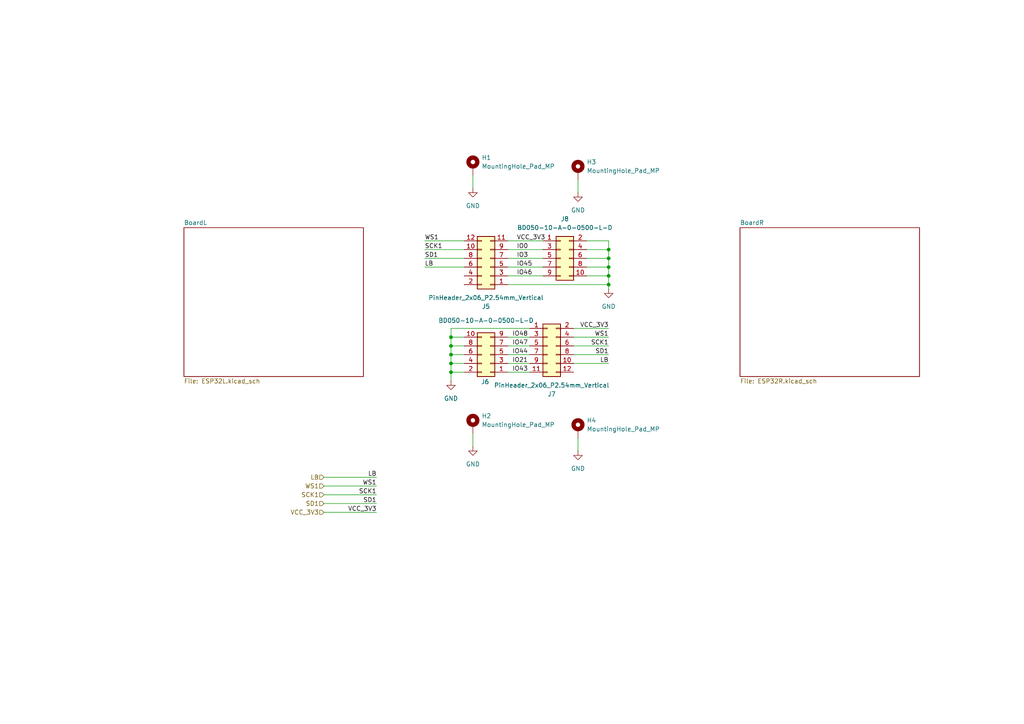
<source format=kicad_sch>
(kicad_sch (version 20231120) (generator "eeschema") (generator_version "8.0")
  (paper "A4")
  (title_block (title "ESP32 S3 IRL Subtitles Glasses") (date "2025-03-06") (rev "3.2") (company "OSHE - IRL Sub-Titles") (comment 1 "Eye Connector Board") (comment 2 "Passthough board for right and left board"))
  (lib_symbols
    (symbol "Connector_Generic:Conn_02x05_Odd_Even" (pin_names (offset 1.016) hide)
      (property "Reference" "J" (at 1.27 7.62 0))
      (property "Value" "Conn_02x05_Odd_Even" (at 1.27 -7.62 0))
      (symbol "Conn_02x05_Odd_Even_1_1"
        (rectangle (start -1.27 -4.953) (end 0 -5.207) (stroke (width 0.1524)))
        (rectangle (start -1.27 -2.413) (end 0 -2.667) (stroke (width 0.1524)))
        (rectangle (start -1.27 0.127) (end 0 -0.127) (stroke (width 0.1524)))
        (rectangle (start -1.27 2.667) (end 0 2.413) (stroke (width 0.1524)))
        (rectangle (start -1.27 5.207) (end 0 4.953) (stroke (width 0.1524)))
        (rectangle (start -1.27 6.35) (end 3.81 -6.35) (stroke (width 0.254)) (fill (type background)))
        (rectangle (start 3.81 -4.953) (end 2.54 -5.207) (stroke (width 0.1524)))
        (rectangle (start 3.81 -2.413) (end 2.54 -2.667) (stroke (width 0.1524)))
        (rectangle (start 3.81 0.127) (end 2.54 -0.127) (stroke (width 0.1524)))
        (rectangle (start 3.81 2.667) (end 2.54 2.413) (stroke (width 0.1524)))
        (rectangle (start 3.81 5.207) (end 2.54 4.953) (stroke (width 0.1524)))
        (pin passive line (at -5.08 5.08 0) (length 3.81) (name "Pin_1") (number "1"))
        (pin passive line (at 7.62 -5.08 180) (length 3.81) (name "Pin_10") (number "10"))
        (pin passive line (at 7.62 5.08 180) (length 3.81) (name "Pin_2") (number "2"))
        (pin passive line (at -5.08 2.54 0) (length 3.81) (name "Pin_3") (number "3"))
        (pin passive line (at 7.62 2.54 180) (length 3.81) (name "Pin_4") (number "4"))
        (pin passive line (at -5.08 0 0) (length 3.81) (name "Pin_5") (number "5"))
        (pin passive line (at 7.62 0 180) (length 3.81) (name "Pin_6") (number "6"))
        (pin passive line (at -5.08 -2.54 0) (length 3.81) (name "Pin_7") (number "7"))
        (pin passive line (at 7.62 -2.54 180) (length 3.81) (name "Pin_8") (number "8"))
        (pin passive line (at -5.08 -5.08 0) (length 3.81) (name "Pin_9") (number "9"))
      )
    )
    (symbol "Connector_Generic:Conn_02x06_Odd_Even" (pin_names (offset 1.016) hide)
      (property "Reference" "J" (at 1.27 7.62 0))
      (property "Value" "Conn_02x06_Odd_Even" (at 1.27 -10.16 0))
      (symbol "Conn_02x06_Odd_Even_1_1"
        (rectangle (start -1.27 -7.493) (end 0 -7.747) (stroke (width 0.1524)))
        (rectangle (start -1.27 -4.953) (end 0 -5.207) (stroke (width 0.1524)))
        (rectangle (start -1.27 -2.413) (end 0 -2.667) (stroke (width 0.1524)))
        (rectangle (start -1.27 0.127) (end 0 -0.127) (stroke (width 0.1524)))
        (rectangle (start -1.27 2.667) (end 0 2.413) (stroke (width 0.1524)))
        (rectangle (start -1.27 5.207) (end 0 4.953) (stroke (width 0.1524)))
        (rectangle (start -1.27 6.35) (end 3.81 -8.89) (stroke (width 0.254)) (fill (type background)))
        (rectangle (start 3.81 -7.493) (end 2.54 -7.747) (stroke (width 0.1524)))
        (rectangle (start 3.81 -4.953) (end 2.54 -5.207) (stroke (width 0.1524)))
        (rectangle (start 3.81 -2.413) (end 2.54 -2.667) (stroke (width 0.1524)))
        (rectangle (start 3.81 0.127) (end 2.54 -0.127) (stroke (width 0.1524)))
        (rectangle (start 3.81 2.667) (end 2.54 2.413) (stroke (width 0.1524)))
        (rectangle (start 3.81 5.207) (end 2.54 4.953) (stroke (width 0.1524)))
        (pin passive line (at -5.08 5.08 0) (length 3.81) (name "Pin_1") (number "1"))
        (pin passive line (at 7.62 -5.08 180) (length 3.81) (name "Pin_10") (number "10"))
        (pin passive line (at -5.08 -7.62 0) (length 3.81) (name "Pin_11") (number "11"))
        (pin passive line (at 7.62 -7.62 180) (length 3.81) (name "Pin_12") (number "12"))
        (pin passive line (at 7.62 5.08 180) (length 3.81) (name "Pin_2") (number "2"))
        (pin passive line (at -5.08 2.54 0) (length 3.81) (name "Pin_3") (number "3"))
        (pin passive line (at 7.62 2.54 180) (length 3.81) (name "Pin_4") (number "4"))
        (pin passive line (at -5.08 0 0) (length 3.81) (name "Pin_5") (number "5"))
        (pin passive line (at 7.62 0 180) (length 3.81) (name "Pin_6") (number "6"))
        (pin passive line (at -5.08 -2.54 0) (length 3.81) (name "Pin_7") (number "7"))
        (pin passive line (at 7.62 -2.54 180) (length 3.81) (name "Pin_8") (number "8"))
        (pin passive line (at -5.08 -5.08 0) (length 3.81) (name "Pin_9") (number "9"))
      )
    )
    (symbol "Mechanical:MountingHole_Pad_MP" (pin_numbers hide) (pin_names (offset 1.016) hide) (exclude_from_sim yes) (in_bom no)
      (property "Reference" "H" (at 0 6.35 0))
      (property "Value" "MountingHole_Pad_MP" (at 0 4.445 0))
      (symbol "MountingHole_Pad_MP_0_1"
        (circle (center 0 1.27) (radius 1.27) (stroke (width 1.27)))
      )
      (symbol "MountingHole_Pad_MP_1_1"
        (pin input line (at 0 -2.54 90) (length 2.54) (name "MP") (number "MP"))
      )
    )
    (symbol "power:GND" (power) (pin_numbers hide) (pin_names (offset 0) hide)
      (property "Value" "GND" (at 0 -3.81 0))
      (symbol "GND_0_1"
        (polyline (pts (xy 0 0) (xy 0 -1.27) (xy 1.27 -1.27) (xy 0 -2.54) (xy -1.27 -1.27) (xy 0 -1.27)))
      )
      (symbol "GND_1_1"
        (pin power_in line (at 0 0 270) (length 0) (name "~") (number "1"))
      )
    )
  )
  (junction (at 130.81 105.41))
  (junction (at 176.53 77.47))
  (junction (at 176.53 82.55))
  (junction (at 130.81 107.95))
  (junction (at 130.81 97.79))
  (junction (at 130.81 100.33))
  (junction (at 176.53 80.01))
  (junction (at 130.81 102.87))
  (junction (at 176.53 72.39))
  (junction (at 176.53 74.93))
  (wire (pts (xy 147.32 74.93) (xy 157.48 74.93)))
  (wire (pts (xy 170.18 74.93) (xy 176.53 74.93)))
  (wire (pts (xy 134.62 105.41) (xy 130.81 105.41)))
  (wire (pts (xy 147.32 80.01) (xy 157.48 80.01)))
  (wire (pts (xy 176.53 69.85) (xy 176.53 72.39)))
  (wire (pts (xy 170.18 80.01) (xy 176.53 80.01)))
  (wire (pts (xy 176.53 82.55) (xy 176.53 83.82)))
  (wire (pts (xy 166.37 97.79) (xy 176.53 97.79)))
  (wire (pts (xy 147.32 100.33) (xy 153.67 100.33)))
  (wire (pts (xy 147.32 69.85) (xy 157.48 69.85)))
  (wire (pts (xy 137.16 54.61) (xy 137.16 50.8)))
  (wire (pts (xy 130.81 105.41) (xy 130.81 107.95)))
  (wire (pts (xy 130.81 102.87) (xy 130.81 105.41)))
  (wire (pts (xy 123.19 69.85) (xy 134.62 69.85)))
  (wire (pts (xy 93.98 138.43) (xy 109.22 138.43)))
  (wire (pts (xy 170.18 77.47) (xy 176.53 77.47)))
  (wire (pts (xy 166.37 102.87) (xy 176.53 102.87)))
  (wire (pts (xy 166.37 105.41) (xy 176.53 105.41)))
  (wire (pts (xy 147.32 77.47) (xy 157.48 77.47)))
  (wire (pts (xy 134.62 97.79) (xy 130.81 97.79)))
  (wire (pts (xy 167.64 55.88) (xy 167.64 52.07)))
  (wire (pts (xy 147.32 107.95) (xy 153.67 107.95)))
  (wire (pts (xy 93.98 146.05) (xy 109.22 146.05)))
  (wire (pts (xy 130.81 100.33) (xy 130.81 102.87)))
  (wire (pts (xy 147.32 105.41) (xy 153.67 105.41)))
  (wire (pts (xy 123.19 72.39) (xy 134.62 72.39)))
  (wire (pts (xy 170.18 72.39) (xy 176.53 72.39)))
  (wire (pts (xy 166.37 100.33) (xy 176.53 100.33)))
  (wire (pts (xy 176.53 77.47) (xy 176.53 80.01)))
  (wire (pts (xy 167.64 130.81) (xy 167.64 127)))
  (wire (pts (xy 134.62 107.95) (xy 130.81 107.95)))
  (wire (pts (xy 147.32 72.39) (xy 157.48 72.39)))
  (wire (pts (xy 130.81 95.25) (xy 130.81 97.79)))
  (wire (pts (xy 166.37 95.25) (xy 176.53 95.25)))
  (wire (pts (xy 176.53 74.93) (xy 176.53 77.47)))
  (wire (pts (xy 147.32 97.79) (xy 153.67 97.79)))
  (wire (pts (xy 176.53 72.39) (xy 176.53 74.93)))
  (wire (pts (xy 130.81 107.95) (xy 130.81 110.49)))
  (wire (pts (xy 176.53 80.01) (xy 176.53 82.55)))
  (wire (pts (xy 147.32 102.87) (xy 153.67 102.87)))
  (wire (pts (xy 134.62 100.33) (xy 130.81 100.33)))
  (wire (pts (xy 130.81 97.79) (xy 130.81 100.33)))
  (wire (pts (xy 153.67 95.25) (xy 130.81 95.25)))
  (wire (pts (xy 137.16 129.54) (xy 137.16 125.73)))
  (wire (pts (xy 170.18 69.85) (xy 176.53 69.85)))
  (wire (pts (xy 147.32 82.55) (xy 176.53 82.55)))
  (wire (pts (xy 93.98 140.97) (xy 109.22 140.97)))
  (wire (pts (xy 123.19 74.93) (xy 134.62 74.93)))
  (wire (pts (xy 93.98 143.51) (xy 109.22 143.51)))
  (wire (pts (xy 93.98 148.59) (xy 109.22 148.59)))
  (wire (pts (xy 134.62 102.87) (xy 130.81 102.87)))
  (wire (pts (xy 123.19 77.47) (xy 134.62 77.47)))
  (label "VCC_3V3" (at 149.86 69.85 0))
  (label "SCK1" (at 123.19 72.39 0))
  (label "SD1" (at 109.22 146.05 180))
  (label "IO3" (at 149.86 74.93 0))
  (label "IO0" (at 149.86 72.39 0))
  (label "IO44" (at 148.59 102.87 0))
  (label "IO47" (at 148.59 100.33 0))
  (label "IO46" (at 149.86 80.01 0))
  (label "VCC_3V3" (at 176.53 95.25 180))
  (label "SCK1" (at 176.53 100.33 180))
  (label "SD1" (at 176.53 102.87 180))
  (label "WS1" (at 123.19 69.85 0))
  (label "LB" (at 176.53 105.41 180))
  (label "LB" (at 123.19 77.47 0))
  (label "WS1" (at 176.53 97.79 180))
  (label "WS1" (at 109.22 140.97 180))
  (label "IO45" (at 149.86 77.47 0))
  (label "IO43" (at 148.59 107.95 0))
  (label "VCC_3V3" (at 109.22 148.59 180))
  (label "IO48" (at 148.59 97.79 0))
  (label "LB" (at 109.22 138.43 180))
  (label "SCK1" (at 109.22 143.51 180))
  (label "IO21" (at 148.59 105.41 0))
  (label "SD1" (at 123.19 74.93 0))
  (hierarchical_label "SD1" (shape input) (at 93.98 146.05 180))
  (hierarchical_label "SCK1" (shape input) (at 93.98 143.51 180))
  (hierarchical_label "VCC_3V3" (shape input) (at 93.98 148.59 180))
  (hierarchical_label "WS1" (shape input) (at 93.98 140.97 180))
  (hierarchical_label "LB" (shape input) (at 93.98 138.43 180))
  (symbol (lib_id "power:GND") (at 167.64 130.81 0) (unit 1)
    (property "Reference" "#PWR021" (effects (hide yes)))
    (property "Value" "GND" (at 167.64 135.89 0))
    (property "Description" "Power symbol creates a global label with name \"GND\" , ground" (effects (hide yes)))
  )
  (symbol (lib_id "Mechanical:MountingHole_Pad_MP") (at 137.16 48.26 0) (unit 1) (exclude_from_sim yes) (in_bom no)
    (property "Reference" "H1" (at 139.7 45.7199 0) (effects (justify left)))
    (property "Value" "MountingHole_Pad_MP" (at 139.7 48.2599 0) (effects (justify left)))
    (property "Footprint" "MountingHole:MountingHole_2.2mm_M2_DIN965_Pad" (effects (hide yes)))
    (property "Description" "Mounting Hole with connection as pad named MP" (effects (hide yes)))
  )
  (symbol (lib_id "Connector_Generic:Conn_02x05_Odd_Even") (at 162.56 74.93 0) (unit 1)
    (property "Reference" "J8" (at 163.83 63.5 0))
    (property "Value" "BD050-10-A-0-0500-L-D" (at 163.83 66.04 0))
    (property "Footprint" "Through_hole_pin_socket:GCT_BD050-10-A-1-0500-L-D" (effects (hide yes)))
    (property "Description" "Generic connector, double row, 02x05, odd/even pin numbering scheme (row 1 odd numbers, row 2 even numbers), script generated (kicad-library-utils/schlib/autogen/connector/)" (effects (hide yes)))
    (property "MANUFACTURER" "SAMTEC" (effects (hide yes)))
  )
  (symbol (lib_id "Mechanical:MountingHole_Pad_MP") (at 167.64 124.46 0) (unit 1) (exclude_from_sim yes) (in_bom no)
    (property "Reference" "H4" (at 170.18 121.9199 0) (effects (justify left)))
    (property "Value" "MountingHole_Pad_MP" (at 170.18 124.4599 0) (effects (justify left)))
    (property "Footprint" "MountingHole:MountingHole_2.2mm_M2_DIN965_Pad" (effects (hide yes)))
    (property "Description" "Mounting Hole with connection as pad named MP" (effects (hide yes)))
  )
  (symbol (lib_id "power:GND") (at 167.64 55.88 0) (unit 1)
    (property "Reference" "#PWR020" (effects (hide yes)))
    (property "Value" "GND" (at 167.64 60.96 0))
    (property "Description" "Power symbol creates a global label with name \"GND\" , ground" (effects (hide yes)))
  )
  (symbol (lib_id "power:GND") (at 176.53 83.82 0) (unit 1)
    (property "Reference" "#PWR022" (effects (hide yes)))
    (property "Value" "GND" (at 176.53 88.9 0))
    (property "Description" "Power symbol creates a global label with name \"GND\" , ground" (effects (hide yes)))
  )
  (symbol (lib_id "Mechanical:MountingHole_Pad_MP") (at 137.16 123.19 0) (unit 1) (exclude_from_sim yes) (in_bom no)
    (property "Reference" "H2" (at 139.7 120.6499 0) (effects (justify left)))
    (property "Value" "MountingHole_Pad_MP" (at 139.7 123.1899 0) (effects (justify left)))
    (property "Footprint" "MountingHole:MountingHole_2.2mm_M2_DIN965_Pad" (effects (hide yes)))
    (property "Description" "Mounting Hole with connection as pad named MP" (effects (hide yes)))
  )
  (symbol (lib_id "Connector_Generic:Conn_02x05_Odd_Even") (at 142.24 102.87 180) (unit 1)
    (property "Reference" "J6" (at 140.716 110.744 0))
    (property "Value" "BD050-10-A-0-0500-L-D" (at 140.97 92.964 0))
    (property "Footprint" "Through_hole_pin_socket:GCT_BD050-10-A-1-0500-L-D" (effects (hide yes)))
    (property "Description" "Generic connector, double row, 02x05, odd/even pin numbering scheme (row 1 odd numbers, row 2 even numbers), script generated (kicad-library-utils/schlib/autogen/connector/)" (effects (hide yes)))
    (property "MANUFACTURER" "SAMTEC" (effects (hide yes)))
  )
  (symbol (lib_id "Connector_Generic:Conn_02x06_Odd_Even") (at 158.75 100.33 0) (unit 1)
    (property "Reference" "J7" (at 160.02 114.3 0))
    (property "Value" "PinHeader_2x06_P2.54mm_Vertical" (at 160.02 111.76 0))
    (property "Footprint" "Connector_PinHeader_2.54mm:PinHeader_2x06_P2.54mm_Vertical" (effects (hide yes)))
    (property "Description" "Generic connector, double row, 02x06, odd/even pin numbering scheme (row 1 odd numbers, row 2 even numbers), script generated (kicad-library-utils/schlib/autogen/connector/)" (effects (hide yes)))
  )
  (symbol (lib_id "power:GND") (at 130.81 110.49 0) (unit 1)
    (property "Reference" "#PWR011" (effects (hide yes)))
    (property "Value" "GND" (at 130.81 115.57 0))
    (property "Description" "Power symbol creates a global label with name \"GND\" , ground" (effects (hide yes)))
  )
  (symbol (lib_id "Connector_Generic:Conn_02x06_Odd_Even") (at 142.24 77.47 180) (unit 1)
    (property "Reference" "J5" (at 140.97 88.9 0))
    (property "Value" "PinHeader_2x06_P2.54mm_Vertical" (at 140.97 86.36 0))
    (property "Footprint" "Connector_PinHeader_2.54mm:PinHeader_2x06_P2.54mm_Vertical" (effects (hide yes)))
    (property "Description" "Generic connector, double row, 02x06, odd/even pin numbering scheme (row 1 odd numbers, row 2 even numbers), script generated (kicad-library-utils/schlib/autogen/connector/)" (effects (hide yes)))
  )
  (symbol (lib_id "power:GND") (at 137.16 54.61 0) (unit 1)
    (property "Reference" "#PWR017" (effects (hide yes)))
    (property "Value" "GND" (at 137.16 59.69 0))
    (property "Description" "Power symbol creates a global label with name \"GND\" , ground" (effects (hide yes)))
  )
  (symbol (lib_id "power:GND") (at 137.16 129.54 0) (unit 1)
    (property "Reference" "#PWR019" (effects (hide yes)))
    (property "Value" "GND" (at 137.16 134.62 0))
    (property "Description" "Power symbol creates a global label with name \"GND\" , ground" (effects (hide yes)))
  )
  (symbol (lib_id "Mechanical:MountingHole_Pad_MP") (at 167.64 49.53 0) (unit 1) (exclude_from_sim yes) (in_bom no)
    (property "Reference" "H3" (at 170.18 46.9899 0) (effects (justify left)))
    (property "Value" "MountingHole_Pad_MP" (at 170.18 49.5299 0) (effects (justify left)))
    (property "Footprint" "MountingHole:MountingHole_2.2mm_M2_DIN965_Pad" (effects (hide yes)))
    (property "Description" "Mounting Hole with connection as pad named MP" (effects (hide yes)))
  )
  (sheet (at 214.63 66.04) (size 52.07 43.18) (stroke (width 0.1524))
    (property "Sheetname" "BoardR" (at 214.63 65.3284 0) (effects (justify left bottom)))
    (property "Sheetfile" "ESP32R.kicad_sch" (at 214.63 109.8046 0) (effects (justify left top)))
  )
  (sheet (at 53.34 66.04) (size 52.07 43.18) (stroke (width 0.1524))
    (property "Sheetname" "BoardL" (at 53.34 65.3284 0) (effects (justify left bottom)))
    (property "Sheetfile" "ESP32L.kicad_sch" (at 53.34 109.8046 0) (effects (justify left top)))
  )
)
</source>
